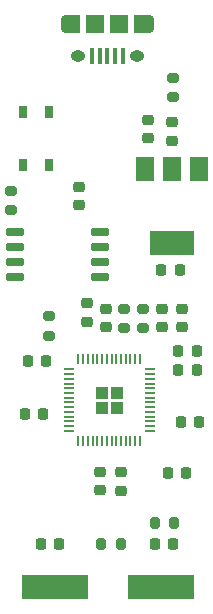
<source format=gtp>
%TF.GenerationSoftware,KiCad,Pcbnew,(6.0.8)*%
%TF.CreationDate,2023-06-24T18:13:04-06:00*%
%TF.ProjectId,RP2040_devBoard,52503230-3430-45f6-9465-76426f617264,rev?*%
%TF.SameCoordinates,Original*%
%TF.FileFunction,Paste,Top*%
%TF.FilePolarity,Positive*%
%FSLAX46Y46*%
G04 Gerber Fmt 4.6, Leading zero omitted, Abs format (unit mm)*
G04 Created by KiCad (PCBNEW (6.0.8)) date 2023-06-24 18:13:04*
%MOMM*%
%LPD*%
G01*
G04 APERTURE LIST*
G04 Aperture macros list*
%AMRoundRect*
0 Rectangle with rounded corners*
0 $1 Rounding radius*
0 $2 $3 $4 $5 $6 $7 $8 $9 X,Y pos of 4 corners*
0 Add a 4 corners polygon primitive as box body*
4,1,4,$2,$3,$4,$5,$6,$7,$8,$9,$2,$3,0*
0 Add four circle primitives for the rounded corners*
1,1,$1+$1,$2,$3*
1,1,$1+$1,$4,$5*
1,1,$1+$1,$6,$7*
1,1,$1+$1,$8,$9*
0 Add four rect primitives between the rounded corners*
20,1,$1+$1,$2,$3,$4,$5,0*
20,1,$1+$1,$4,$5,$6,$7,0*
20,1,$1+$1,$6,$7,$8,$9,0*
20,1,$1+$1,$8,$9,$2,$3,0*%
G04 Aperture macros list end*
%ADD10R,5.600000X2.100000*%
%ADD11RoundRect,0.200000X0.275000X-0.200000X0.275000X0.200000X-0.275000X0.200000X-0.275000X-0.200000X0*%
%ADD12RoundRect,0.225000X0.250000X-0.225000X0.250000X0.225000X-0.250000X0.225000X-0.250000X-0.225000X0*%
%ADD13R,1.200000X1.550000*%
%ADD14R,1.500000X1.550000*%
%ADD15R,0.400000X1.350000*%
%ADD16O,1.250000X0.950000*%
%ADD17O,0.890000X1.550000*%
%ADD18RoundRect,0.218750X0.218750X0.256250X-0.218750X0.256250X-0.218750X-0.256250X0.218750X-0.256250X0*%
%ADD19R,1.500000X2.000000*%
%ADD20R,3.800000X2.000000*%
%ADD21RoundRect,0.225000X-0.225000X-0.250000X0.225000X-0.250000X0.225000X0.250000X-0.225000X0.250000X0*%
%ADD22RoundRect,0.150000X-0.650000X-0.150000X0.650000X-0.150000X0.650000X0.150000X-0.650000X0.150000X0*%
%ADD23RoundRect,0.050000X-0.050000X-0.387500X0.050000X-0.387500X0.050000X0.387500X-0.050000X0.387500X0*%
%ADD24RoundRect,0.050000X-0.387500X-0.050000X0.387500X-0.050000X0.387500X0.050000X-0.387500X0.050000X0*%
%ADD25RoundRect,0.250000X-0.292217X-0.292217X0.292217X-0.292217X0.292217X0.292217X-0.292217X0.292217X0*%
%ADD26RoundRect,0.200000X0.200000X0.275000X-0.200000X0.275000X-0.200000X-0.275000X0.200000X-0.275000X0*%
%ADD27RoundRect,0.200000X-0.275000X0.200000X-0.275000X-0.200000X0.275000X-0.200000X0.275000X0.200000X0*%
%ADD28RoundRect,0.225000X0.225000X0.250000X-0.225000X0.250000X-0.225000X-0.250000X0.225000X-0.250000X0*%
%ADD29RoundRect,0.200000X-0.200000X-0.275000X0.200000X-0.275000X0.200000X0.275000X-0.200000X0.275000X0*%
%ADD30R,0.711200X0.990600*%
%ADD31RoundRect,0.225000X-0.250000X0.225000X-0.250000X-0.225000X0.250000X-0.225000X0.250000X0.225000X0*%
%ADD32RoundRect,0.218750X-0.256250X0.218750X-0.256250X-0.218750X0.256250X-0.218750X0.256250X0.218750X0*%
G04 APERTURE END LIST*
D10*
%TO.C,Y1*%
X64325000Y-89125000D03*
X73325000Y-89125000D03*
%TD*%
D11*
%TO.C,R2*%
X71835000Y-67200000D03*
X71835000Y-65550000D03*
%TD*%
D12*
%TO.C,C10*%
X67100000Y-66650000D03*
X67100000Y-65100000D03*
%TD*%
D13*
%TO.C,J1*%
X65887500Y-41460000D03*
D14*
X67787500Y-41460000D03*
D13*
X71687500Y-41460000D03*
D14*
X69787500Y-41460000D03*
D15*
X67487500Y-44160000D03*
X68137500Y-44160000D03*
X68787500Y-44160000D03*
X69437500Y-44160000D03*
X70087500Y-44160000D03*
D16*
X71287500Y-44160000D03*
D17*
X65287500Y-41460000D03*
X72287500Y-41460000D03*
D16*
X66287500Y-44160000D03*
%TD*%
D12*
%TO.C,C14*%
X66410000Y-55225000D03*
X66410000Y-56775000D03*
%TD*%
D18*
%TO.C,D3*%
X75497500Y-79450000D03*
X73922500Y-79450000D03*
%TD*%
D19*
%TO.C,U2*%
X76590000Y-53730000D03*
D20*
X74290000Y-60030000D03*
D19*
X74290000Y-53730000D03*
X71990000Y-53730000D03*
%TD*%
D12*
%TO.C,C7*%
X68665000Y-67150000D03*
X68665000Y-65600000D03*
%TD*%
D21*
%TO.C,C6*%
X74820000Y-69140000D03*
X76370000Y-69140000D03*
%TD*%
D22*
%TO.C,U3*%
X60940000Y-59055000D03*
X60940000Y-60325000D03*
X60940000Y-61595000D03*
X60940000Y-62865000D03*
X68140000Y-62865000D03*
X68140000Y-61595000D03*
X68140000Y-60325000D03*
X68140000Y-59055000D03*
%TD*%
D23*
%TO.C,U1*%
X66350000Y-69862500D03*
X66750000Y-69862500D03*
X67150000Y-69862500D03*
X67550000Y-69862500D03*
X67950000Y-69862500D03*
X68350000Y-69862500D03*
X68750000Y-69862500D03*
X69150000Y-69862500D03*
X69550000Y-69862500D03*
X69950000Y-69862500D03*
X70350000Y-69862500D03*
X70750000Y-69862500D03*
X71150000Y-69862500D03*
X71550000Y-69862500D03*
D24*
X72387500Y-70700000D03*
X72387500Y-71100000D03*
X72387500Y-71500000D03*
X72387500Y-71900000D03*
X72387500Y-72300000D03*
X72387500Y-72700000D03*
X72387500Y-73100000D03*
X72387500Y-73500000D03*
X72387500Y-73900000D03*
X72387500Y-74300000D03*
X72387500Y-74700000D03*
X72387500Y-75100000D03*
X72387500Y-75500000D03*
X72387500Y-75900000D03*
D23*
X71550000Y-76737500D03*
X71150000Y-76737500D03*
X70750000Y-76737500D03*
X70350000Y-76737500D03*
X69950000Y-76737500D03*
X69550000Y-76737500D03*
X69150000Y-76737500D03*
X68750000Y-76737500D03*
X68350000Y-76737500D03*
X67950000Y-76737500D03*
X67550000Y-76737500D03*
X67150000Y-76737500D03*
X66750000Y-76737500D03*
X66350000Y-76737500D03*
D24*
X65512500Y-75900000D03*
X65512500Y-75500000D03*
X65512500Y-75100000D03*
X65512500Y-74700000D03*
X65512500Y-74300000D03*
X65512500Y-73900000D03*
X65512500Y-73500000D03*
X65512500Y-73100000D03*
X65512500Y-72700000D03*
X65512500Y-72300000D03*
X65512500Y-71900000D03*
X65512500Y-71500000D03*
X65512500Y-71100000D03*
X65512500Y-70700000D03*
D25*
X68312500Y-73937500D03*
X69587500Y-73937500D03*
X68312500Y-72662500D03*
X69587500Y-72662500D03*
%TD*%
D26*
%TO.C,R5*%
X69920000Y-85510000D03*
X68270000Y-85510000D03*
%TD*%
D27*
%TO.C,R3*%
X63900000Y-66185000D03*
X63900000Y-67835000D03*
%TD*%
D28*
%TO.C,C1*%
X63615000Y-70010000D03*
X62065000Y-70010000D03*
%TD*%
D11*
%TO.C,R1*%
X70250000Y-67200000D03*
X70250000Y-65550000D03*
%TD*%
D21*
%TO.C,C15*%
X72840000Y-85520000D03*
X74390000Y-85520000D03*
%TD*%
D28*
%TO.C,C12*%
X74925000Y-62300000D03*
X73375000Y-62300000D03*
%TD*%
D27*
%TO.C,R6*%
X74325000Y-46000000D03*
X74325000Y-47650000D03*
%TD*%
D21*
%TO.C,C16*%
X63172500Y-85520000D03*
X64722500Y-85520000D03*
%TD*%
D27*
%TO.C,R4*%
X60650000Y-55585000D03*
X60650000Y-57235000D03*
%TD*%
D29*
%TO.C,R8*%
X72795000Y-83700000D03*
X74445000Y-83700000D03*
%TD*%
D12*
%TO.C,C13*%
X72270000Y-51145000D03*
X72270000Y-49595000D03*
%TD*%
D21*
%TO.C,C5*%
X74820000Y-70765000D03*
X76370000Y-70765000D03*
%TD*%
D30*
%TO.C,SW1*%
X61693501Y-53380801D03*
X61693501Y-48880799D03*
X63843499Y-53380801D03*
X63843499Y-48880799D03*
%TD*%
D31*
%TO.C,C3*%
X68170000Y-79395000D03*
X68170000Y-80945000D03*
%TD*%
D32*
%TO.C,D1*%
X74300000Y-49787500D03*
X74300000Y-51362500D03*
%TD*%
D31*
%TO.C,C11*%
X69930000Y-79425000D03*
X69930000Y-80975000D03*
%TD*%
D12*
%TO.C,C8*%
X75130000Y-67150000D03*
X75130000Y-65600000D03*
%TD*%
%TO.C,C9*%
X73420000Y-67150000D03*
X73420000Y-65600000D03*
%TD*%
D21*
%TO.C,C4*%
X75000000Y-75125000D03*
X76550000Y-75125000D03*
%TD*%
D28*
%TO.C,C2*%
X63335000Y-74520000D03*
X61785000Y-74520000D03*
%TD*%
M02*

</source>
